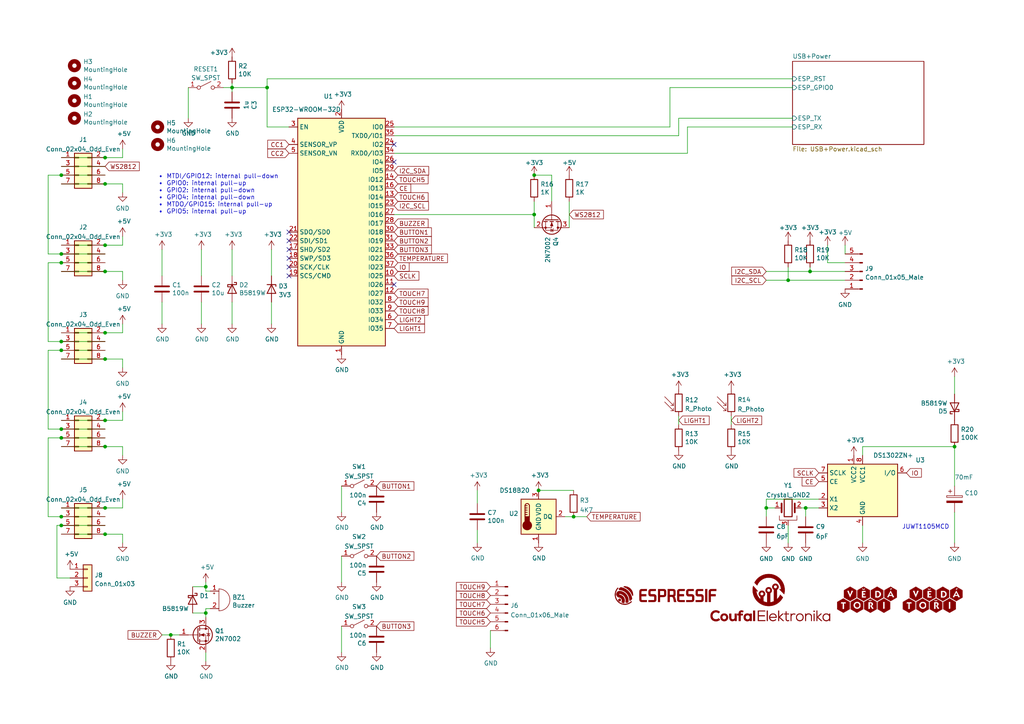
<source format=kicad_sch>
(kicad_sch (version 20211123) (generator eeschema)
  (paper "A4")
  (lib_symbols
    (symbol "Connector:Conn_01x05_Male" (pin_names (offset 1.016) hide)
      (property "Reference" "J" (at 0 7.62 0))
      (property "Value" "Conn_01x05_Male" (at 0 -7.62 0))
      (symbol "Conn_01x05_Male_1_1"
        (pin passive line (at 5.08 5.08 180) (length 3.81) (name "Pin_1") (number "1"))
        (pin passive line (at 5.08 2.54 180) (length 3.81) (name "Pin_2") (number "2"))
        (pin passive line (at 5.08 0 180) (length 3.81) (name "Pin_3") (number "3"))
        (pin passive line (at 5.08 -2.54 180) (length 3.81) (name "Pin_4") (number "4"))
        (pin passive line (at 5.08 -5.08 180) (length 3.81) (name "Pin_5") (number "5"))
      )
    )
    (symbol "Connector:Conn_01x06_Male" (pin_names (offset 1.016) hide)
      (property "Reference" "J" (at 0 7.62 0))
      (property "Value" "Conn_01x06_Male" (at 0 -10.16 0))
      (symbol "Conn_01x06_Male_1_1"
        (pin passive line (at 5.08 5.08 180) (length 3.81) (name "Pin_1") (number "1"))
        (pin passive line (at 5.08 2.54 180) (length 3.81) (name "Pin_2") (number "2"))
        (pin passive line (at 5.08 0 180) (length 3.81) (name "Pin_3") (number "3"))
        (pin passive line (at 5.08 -2.54 180) (length 3.81) (name "Pin_4") (number "4"))
        (pin passive line (at 5.08 -5.08 180) (length 3.81) (name "Pin_5") (number "5"))
        (pin passive line (at 5.08 -7.62 180) (length 3.81) (name "Pin_6") (number "6"))
      )
    )
    (symbol "Connector_Generic:Conn_01x03" (pin_names (offset 1.016) hide)
      (property "Reference" "J" (at 0 5.08 0))
      (property "Value" "Conn_01x03" (at 0 -5.08 0))
      (symbol "Conn_01x03_1_1"
        (pin passive line (at -5.08 2.54 0) (length 3.81) (name "Pin_1") (number "1"))
        (pin passive line (at -5.08 0 0) (length 3.81) (name "Pin_2") (number "2"))
        (pin passive line (at -5.08 -2.54 0) (length 3.81) (name "Pin_3") (number "3"))
      )
    )
    (symbol "Connector_Generic:Conn_02x04_Odd_Even" (pin_names (offset 1.016) hide)
      (property "Reference" "J" (at 1.27 5.08 0))
      (property "Value" "Conn_02x04_Odd_Even" (at 1.27 -7.62 0))
      (symbol "Conn_02x04_Odd_Even_1_1"
        (pin passive line (at -5.08 2.54 0) (length 3.81) (name "Pin_1") (number "1"))
        (pin passive line (at 7.62 2.54 180) (length 3.81) (name "Pin_2") (number "2"))
        (pin passive line (at -5.08 0 0) (length 3.81) (name "Pin_3") (number "3"))
        (pin passive line (at 7.62 0 180) (length 3.81) (name "Pin_4") (number "4"))
        (pin passive line (at -5.08 -2.54 0) (length 3.81) (name "Pin_5") (number "5"))
        (pin passive line (at 7.62 -2.54 180) (length 3.81) (name "Pin_6") (number "6"))
        (pin passive line (at -5.08 -5.08 0) (length 3.81) (name "Pin_7") (number "7"))
        (pin passive line (at 7.62 -5.08 180) (length 3.81) (name "Pin_8") (number "8"))
      )
    )
    (symbol "Device:Buzzer" (pin_names (offset 0.0254) hide)
      (property "Reference" "BZ" (at 3.81 1.27 0))
      (property "Value" "Buzzer" (at 3.81 -1.27 0))
      (symbol "Buzzer_1_1"
        (pin passive line (at -2.54 2.54 0) (length 2.54) (name "-") (number "1"))
        (pin passive line (at -2.54 -2.54 0) (length 2.54) (name "+") (number "2"))
      )
    )
    (symbol "Device:C" (pin_numbers hide) (pin_names (offset 0.254))
      (property "Reference" "C" (at 0.635 2.54 0))
      (property "Value" "C" (at 0.635 -2.54 0))
      (symbol "C_1_1"
        (pin passive line (at 0 3.81 270) (length 2.794) (name "~") (number "1"))
        (pin passive line (at 0 -3.81 90) (length 2.794) (name "~") (number "2"))
      )
    )
    (symbol "Device:C_Polarized" (pin_numbers hide) (pin_names (offset 0.254))
      (property "Reference" "C" (at 0.635 2.54 0))
      (property "Value" "C_Polarized" (at 0.635 -2.54 0))
      (symbol "C_Polarized_1_1"
        (pin passive line (at 0 3.81 270) (length 2.794) (name "~") (number "1"))
        (pin passive line (at 0 -3.81 90) (length 2.794) (name "~") (number "2"))
      )
    )
    (symbol "Device:Crystal_GND3" (pin_names (offset 1.016) hide)
      (property "Reference" "Y" (at 0 5.715 0))
      (property "Value" "Crystal_GND3" (at 0 3.81 0))
      (symbol "Crystal_GND3_1_1"
        (pin passive line (at -3.81 0 0) (length 1.27) (name "1") (number "1"))
        (pin passive line (at 3.81 0 180) (length 1.27) (name "2") (number "2"))
        (pin passive line (at 0 -5.08 90) (length 1.27) (name "3") (number "3"))
      )
    )
    (symbol "Device:D_Schottky" (pin_numbers hide) (pin_names (offset 1.016) hide)
      (property "Reference" "D" (at 0 2.54 0))
      (property "Value" "D_Schottky" (at 0 -2.54 0))
      (symbol "D_Schottky_1_1"
        (pin passive line (at -3.81 0 0) (length 2.54) (name "K") (number "1"))
        (pin passive line (at 3.81 0 180) (length 2.54) (name "A") (number "2"))
      )
    )
    (symbol "Device:D_Zener" (pin_numbers hide) (pin_names (offset 1.016) hide)
      (property "Reference" "D" (at 0 2.54 0))
      (property "Value" "D_Zener" (at 0 -2.54 0))
      (symbol "D_Zener_1_1"
        (pin passive line (at -3.81 0 0) (length 2.54) (name "K") (number "1"))
        (pin passive line (at 3.81 0 180) (length 2.54) (name "A") (number "2"))
      )
    )
    (symbol "Device:R" (pin_numbers hide) (pin_names (offset 0))
      (property "Reference" "R" (at 2.032 0 90))
      (property "Value" "R" (at 0 0 90))
      (symbol "R_1_1"
        (pin passive line (at 0 3.81 270) (length 1.27) (name "~") (number "1"))
        (pin passive line (at 0 -3.81 90) (length 1.27) (name "~") (number "2"))
      )
    )
    (symbol "Device:R_Photo" (pin_numbers hide) (pin_names (offset 0))
      (property "Reference" "R" (at 1.27 1.27 0))
      (property "Value" "R_Photo" (at 1.27 0 0))
      (symbol "R_Photo_1_1"
        (pin passive line (at 0 3.81 270) (length 1.27) (name "~") (number "1"))
        (pin passive line (at 0 -3.81 90) (length 1.27) (name "~") (number "2"))
      )
    )
    (symbol "Mechanical:MountingHole" (pin_names (offset 1.016))
      (property "Reference" "H" (at 0 5.08 0))
      (property "Value" "MountingHole" (at 0 3.175 0))
    )
    (symbol "RF_Module:ESP32-WROOM-32D"
      (property "Reference" "U" (at -12.7 34.29 0))
      (property "Value" "ESP32-WROOM-32D" (at 1.27 34.29 0))
      (symbol "ESP32-WROOM-32D_1_1"
        (pin power_in line (at 0 -35.56 90) (length 2.54) (name "GND") (number "1"))
        (pin bidirectional line (at 15.24 -12.7 180) (length 2.54) (name "IO25") (number "10"))
        (pin bidirectional line (at 15.24 -15.24 180) (length 2.54) (name "IO26") (number "11"))
        (pin bidirectional line (at 15.24 -17.78 180) (length 2.54) (name "IO27") (number "12"))
        (pin bidirectional line (at 15.24 10.16 180) (length 2.54) (name "IO14") (number "13"))
        (pin bidirectional line (at 15.24 15.24 180) (length 2.54) (name "IO12") (number "14"))
        (pin passive line (at 0 -35.56 90) (length 2.54) hide (name "GND") (number "15"))
        (pin bidirectional line (at 15.24 12.7 180) (length 2.54) (name "IO13") (number "16"))
        (pin bidirectional line (at -15.24 -5.08 0) (length 2.54) (name "SHD/SD2") (number "17"))
        (pin bidirectional line (at -15.24 -7.62 0) (length 2.54) (name "SWP/SD3") (number "18"))
        (pin bidirectional line (at -15.24 -12.7 0) (length 2.54) (name "SCS/CMD") (number "19"))
        (pin power_in line (at 0 35.56 270) (length 2.54) (name "VDD") (number "2"))
        (pin bidirectional line (at -15.24 -10.16 0) (length 2.54) (name "SCK/CLK") (number "20"))
        (pin bidirectional line (at -15.24 0 0) (length 2.54) (name "SDO/SD0") (number "21"))
        (pin bidirectional line (at -15.24 -2.54 0) (length 2.54) (name "SDI/SD1") (number "22"))
        (pin bidirectional line (at 15.24 7.62 180) (length 2.54) (name "IO15") (number "23"))
        (pin bidirectional line (at 15.24 25.4 180) (length 2.54) (name "IO2") (number "24"))
        (pin bidirectional line (at 15.24 30.48 180) (length 2.54) (name "IO0") (number "25"))
        (pin bidirectional line (at 15.24 20.32 180) (length 2.54) (name "IO4") (number "26"))
        (pin bidirectional line (at 15.24 5.08 180) (length 2.54) (name "IO16") (number "27"))
        (pin bidirectional line (at 15.24 2.54 180) (length 2.54) (name "IO17") (number "28"))
        (pin bidirectional line (at 15.24 17.78 180) (length 2.54) (name "IO5") (number "29"))
        (pin input line (at -15.24 30.48 0) (length 2.54) (name "EN") (number "3"))
        (pin bidirectional line (at 15.24 0 180) (length 2.54) (name "IO18") (number "30"))
        (pin bidirectional line (at 15.24 -2.54 180) (length 2.54) (name "IO19") (number "31"))
        (pin no_connect line (at -12.7 -27.94 0) (length 2.54) hide (name "NC") (number "32"))
        (pin bidirectional line (at 15.24 -5.08 180) (length 2.54) (name "IO21") (number "33"))
        (pin bidirectional line (at 15.24 22.86 180) (length 2.54) (name "RXD0/IO3") (number "34"))
        (pin bidirectional line (at 15.24 27.94 180) (length 2.54) (name "TXD0/IO1") (number "35"))
        (pin bidirectional line (at 15.24 -7.62 180) (length 2.54) (name "IO22") (number "36"))
        (pin bidirectional line (at 15.24 -10.16 180) (length 2.54) (name "IO23") (number "37"))
        (pin passive line (at 0 -35.56 90) (length 2.54) hide (name "GND") (number "38"))
        (pin passive line (at 0 -35.56 90) (length 2.54) hide (name "GND") (number "39"))
        (pin input line (at -15.24 25.4 0) (length 2.54) (name "SENSOR_VP") (number "4"))
        (pin input line (at -15.24 22.86 0) (length 2.54) (name "SENSOR_VN") (number "5"))
        (pin input line (at 15.24 -25.4 180) (length 2.54) (name "IO34") (number "6"))
        (pin input line (at 15.24 -27.94 180) (length 2.54) (name "IO35") (number "7"))
        (pin bidirectional line (at 15.24 -20.32 180) (length 2.54) (name "IO32") (number "8"))
        (pin bidirectional line (at 15.24 -22.86 180) (length 2.54) (name "IO33") (number "9"))
      )
    )
    (symbol "Sensor_Temperature:DS18B20" (pin_names (offset 1.016))
      (property "Reference" "U" (at -3.81 6.35 0))
      (property "Value" "DS18B20" (at 6.35 6.35 0))
      (symbol "DS18B20_1_1"
        (pin power_in line (at 0 -7.62 90) (length 2.54) (name "GND") (number "1"))
        (pin bidirectional line (at 7.62 0 180) (length 2.54) (name "DQ") (number "2"))
        (pin power_in line (at 0 7.62 270) (length 2.54) (name "VDD") (number "3"))
      )
    )
    (symbol "Switch:SW_SPST" (pin_names (offset 0) hide)
      (property "Reference" "SW" (at 0 3.175 0))
      (property "Value" "SW_SPST" (at 0 -2.54 0))
      (symbol "SW_SPST_1_1"
        (pin passive line (at -5.08 0 0) (length 2.54) (name "A") (number "1"))
        (pin passive line (at 5.08 0 180) (length 2.54) (name "B") (number "2"))
      )
    )
    (symbol "Time-O-Mat_Library:CoufalElektronika_logo" (pin_names (offset 1.016)))
    (symbol "Time-O-Mat_Library:Espressif_logo" (pin_names (offset 1.016)))
    (symbol "Time-O-Mat_Library:Vedatori_logo" (pin_names (offset 1.016)))
    (symbol "Timer_RTC:DS1302ZN+"
      (property "Reference" "U" (at -8.89 8.89 0))
      (property "Value" "DS1302ZN+" (at 6.35 8.89 0))
      (symbol "DS1302ZN+_1_1"
        (pin power_in line (at -2.54 10.16 270) (length 2.54) (name "VCC2") (number "1"))
        (pin input line (at -12.7 -2.54 0) (length 2.54) (name "X1") (number "2"))
        (pin input line (at -12.7 -5.08 0) (length 2.54) (name "X2") (number "3"))
        (pin power_in line (at 0 -10.16 90) (length 2.54) (name "GND") (number "4"))
        (pin input line (at -12.7 2.54 0) (length 2.54) (name "CE") (number "5"))
        (pin bidirectional line (at 12.7 5.08 180) (length 2.54) (name "I/O") (number "6"))
        (pin input line (at -12.7 5.08 0) (length 2.54) (name "SCLK") (number "7"))
        (pin power_in line (at 0 10.16 270) (length 2.54) (name "VCC1") (number "8"))
      )
    )
    (symbol "Transistor_FET:2N7002" (pin_names hide)
      (property "Reference" "Q" (at 5.08 1.905 0))
      (property "Value" "2N7002" (at 5.08 0 0))
      (symbol "2N7002_1_1"
        (pin input line (at -5.08 0 0) (length 2.54) (name "G") (number "1"))
        (pin passive line (at 2.54 -5.08 90) (length 2.54) (name "S") (number "2"))
        (pin passive line (at 2.54 5.08 270) (length 2.54) (name "D") (number "3"))
      )
    )
    (symbol "power:+3V3" (power) (pin_names (offset 0))
      (property "Value" "+3V3" (at 0 3.556 0))
      (symbol "+3V3_1_1"
        (pin power_in line (at 0 0 90) (length 0) hide (name "+3V3") (number "1"))
      )
    )
    (symbol "power:+5V" (power) (pin_names (offset 0))
      (property "Value" "+5V" (at 0 3.556 0))
      (symbol "+5V_1_1"
        (pin power_in line (at 0 0 90) (length 0) hide (name "+5V") (number "1"))
      )
    )
    (symbol "power:GND" (power) (pin_names (offset 0))
      (property "Value" "GND" (at 0 -3.81 0))
      (symbol "GND_1_1"
        (pin power_in line (at 0 0 270) (length 0) hide (name "GND") (number "1"))
      )
    )
  )
  (junction (at 17.78 152.4))
  (junction (at 30.48 53.34))
  (junction (at 59.69 170.18))
  (junction (at 49.53 184.15))
  (junction (at 222.25 147.32))
  (junction (at 156.21 142.24))
  (junction (at 30.48 121.92))
  (junction (at 17.78 99.06))
  (junction (at 30.48 96.52))
  (junction (at 233.68 147.32))
  (junction (at 17.78 73.66))
  (junction (at 17.78 124.46))
  (junction (at 154.94 50.8))
  (junction (at 30.48 104.14))
  (junction (at 166.37 149.86))
  (junction (at 30.48 78.74))
  (junction (at 77.47 25.4))
  (junction (at 228.6 81.28))
  (junction (at 276.86 129.54))
  (junction (at 17.78 127))
  (junction (at 17.78 76.2))
  (junction (at 30.48 147.32))
  (junction (at 30.48 71.12))
  (junction (at 17.78 101.6))
  (junction (at 17.78 50.8))
  (junction (at 234.95 78.74))
  (junction (at 17.78 149.86))
  (junction (at 30.48 45.72))
  (junction (at 30.48 129.54))
  (junction (at 30.48 154.94))
  (junction (at 59.69 177.8))
  (junction (at 154.94 62.23))
  (junction (at 67.31 25.4))
  (no_connect (at 83.82 69.85))
  (no_connect (at 114.3 82.55))
  (no_connect (at 83.82 72.39))
  (no_connect (at 83.82 74.93))
  (no_connect (at 114.3 46.99))
  (no_connect (at 83.82 80.01))
  (no_connect (at 114.3 41.91))
  (no_connect (at 83.82 77.47))
  (no_connect (at 83.82 67.31))
  (wire (pts (xy 77.47 36.83) (xy 77.47 25.4)))
  (wire (pts (xy 35.56 55.88) (xy 35.56 53.34)))
  (wire (pts (xy 229.87 25.4) (xy 194.31 25.4)))
  (wire (pts (xy 35.56 129.54) (xy 30.48 129.54)))
  (wire (pts (xy 250.19 129.54) (xy 250.19 132.08)))
  (wire (pts (xy 17.78 78.74) (xy 30.48 78.74)))
  (wire (pts (xy 237.49 144.78) (xy 222.25 144.78)))
  (wire (pts (xy 67.31 25.4) (xy 77.47 25.4)))
  (wire (pts (xy 13.97 124.46) (xy 17.78 124.46)))
  (wire (pts (xy 17.78 50.8) (xy 13.97 50.8)))
  (wire (pts (xy 59.69 191.77) (xy 59.69 189.23)))
  (wire (pts (xy 138.43 153.67) (xy 138.43 157.48)))
  (wire (pts (xy 64.77 25.4) (xy 67.31 25.4)))
  (wire (pts (xy 17.78 152.4) (xy 30.48 152.4)))
  (wire (pts (xy 30.48 121.92) (xy 35.56 121.92)))
  (wire (pts (xy 60.96 176.53) (xy 59.69 176.53)))
  (wire (pts (xy 163.83 149.86) (xy 166.37 149.86)))
  (wire (pts (xy 160.02 50.8) (xy 154.94 50.8)))
  (wire (pts (xy 78.74 72.39) (xy 78.74 80.01)))
  (wire (pts (xy 224.79 147.32) (xy 222.25 147.32)))
  (wire (pts (xy 30.48 71.12) (xy 35.56 71.12)))
  (wire (pts (xy 276.86 148.59) (xy 276.86 157.48)))
  (wire (pts (xy 276.86 114.3) (xy 276.86 109.22)))
  (wire (pts (xy 142.24 182.88) (xy 142.24 187.96)))
  (wire (pts (xy 222.25 81.28) (xy 228.6 81.28)))
  (wire (pts (xy 77.47 22.86) (xy 229.87 22.86)))
  (wire (pts (xy 17.78 154.94) (xy 30.48 154.94)))
  (wire (pts (xy 114.3 62.23) (xy 154.94 62.23)))
  (wire (pts (xy 17.78 48.26) (xy 30.48 48.26)))
  (wire (pts (xy 13.97 101.6) (xy 13.97 124.46)))
  (wire (pts (xy 245.11 71.12) (xy 245.11 73.66)))
  (wire (pts (xy 196.85 34.29) (xy 196.85 39.37)))
  (wire (pts (xy 59.69 171.45) (xy 60.96 171.45)))
  (wire (pts (xy 154.94 58.42) (xy 154.94 62.23)))
  (wire (pts (xy 13.97 99.06) (xy 17.78 99.06)))
  (wire (pts (xy 138.43 146.05) (xy 138.43 142.24)))
  (wire (pts (xy 59.69 170.18) (xy 55.88 170.18)))
  (wire (pts (xy 212.09 120.65) (xy 212.09 123.19)))
  (wire (pts (xy 35.56 121.92) (xy 35.56 119.38)))
  (wire (pts (xy 17.78 45.72) (xy 30.48 45.72)))
  (wire (pts (xy 222.25 147.32) (xy 222.25 149.86)))
  (wire (pts (xy 67.31 93.98) (xy 67.31 87.63)))
  (wire (pts (xy 13.97 127) (xy 13.97 149.86)))
  (wire (pts (xy 17.78 99.06) (xy 30.48 99.06)))
  (wire (pts (xy 35.56 154.94) (xy 30.48 154.94)))
  (wire (pts (xy 35.56 106.68) (xy 35.56 104.14)))
  (wire (pts (xy 67.31 80.01) (xy 67.31 72.39)))
  (wire (pts (xy 233.68 147.32) (xy 233.68 149.86)))
  (wire (pts (xy 229.87 36.83) (xy 199.39 36.83)))
  (wire (pts (xy 35.56 71.12) (xy 35.56 68.58)))
  (wire (pts (xy 35.56 104.14) (xy 30.48 104.14)))
  (wire (pts (xy 30.48 147.32) (xy 35.56 147.32)))
  (wire (pts (xy 30.48 45.72) (xy 35.56 45.72)))
  (wire (pts (xy 59.69 168.91) (xy 59.69 170.18)))
  (wire (pts (xy 228.6 152.4) (xy 228.6 157.48)))
  (wire (pts (xy 232.41 147.32) (xy 233.68 147.32)))
  (wire (pts (xy 67.31 26.67) (xy 67.31 25.4)))
  (wire (pts (xy 99.06 181.61) (xy 99.06 189.23)))
  (wire (pts (xy 17.78 71.12) (xy 30.48 71.12)))
  (wire (pts (xy 199.39 44.45) (xy 114.3 44.45)))
  (wire (pts (xy 17.78 147.32) (xy 30.48 147.32)))
  (wire (pts (xy 196.85 39.37) (xy 114.3 39.37)))
  (wire (pts (xy 46.99 80.01) (xy 46.99 72.39)))
  (wire (pts (xy 199.39 36.83) (xy 199.39 44.45)))
  (wire (pts (xy 13.97 73.66) (xy 17.78 73.66)))
  (wire (pts (xy 240.03 76.2) (xy 240.03 71.12)))
  (wire (pts (xy 17.78 101.6) (xy 30.48 101.6)))
  (wire (pts (xy 17.78 104.14) (xy 30.48 104.14)))
  (wire (pts (xy 17.78 121.92) (xy 30.48 121.92)))
  (wire (pts (xy 49.53 184.15) (xy 46.99 184.15)))
  (wire (pts (xy 17.78 76.2) (xy 30.48 76.2)))
  (wire (pts (xy 99.06 140.97) (xy 99.06 148.59)))
  (wire (pts (xy 234.95 78.74) (xy 245.11 78.74)))
  (wire (pts (xy 17.78 53.34) (xy 30.48 53.34)))
  (wire (pts (xy 17.78 76.2) (xy 13.97 76.2)))
  (wire (pts (xy 46.99 87.63) (xy 46.99 93.98)))
  (wire (pts (xy 16.51 167.64) (xy 16.51 152.4)))
  (wire (pts (xy 234.95 77.47) (xy 234.95 78.74)))
  (wire (pts (xy 196.85 120.65) (xy 196.85 123.19)))
  (wire (pts (xy 35.56 78.74) (xy 30.48 78.74)))
  (wire (pts (xy 194.31 25.4) (xy 194.31 36.83)))
  (wire (pts (xy 20.32 167.64) (xy 16.51 167.64)))
  (wire (pts (xy 13.97 50.8) (xy 13.97 73.66)))
  (wire (pts (xy 233.68 147.32) (xy 237.49 147.32)))
  (wire (pts (xy 166.37 149.86) (xy 170.18 149.86)))
  (wire (pts (xy 222.25 144.78) (xy 222.25 147.32)))
  (wire (pts (xy 13.97 149.86) (xy 17.78 149.86)))
  (wire (pts (xy 245.11 76.2) (xy 240.03 76.2)))
  (wire (pts (xy 58.42 72.39) (xy 58.42 80.01)))
  (wire (pts (xy 17.78 50.8) (xy 30.48 50.8)))
  (wire (pts (xy 30.48 96.52) (xy 35.56 96.52)))
  (wire (pts (xy 54.61 25.4) (xy 54.61 34.29)))
  (wire (pts (xy 156.21 142.24) (xy 166.37 142.24)))
  (wire (pts (xy 13.97 76.2) (xy 13.97 99.06)))
  (wire (pts (xy 17.78 127) (xy 13.97 127)))
  (wire (pts (xy 17.78 96.52) (xy 30.48 96.52)))
  (wire (pts (xy 77.47 25.4) (xy 77.47 22.86)))
  (wire (pts (xy 160.02 58.42) (xy 160.02 50.8)))
  (wire (pts (xy 228.6 81.28) (xy 245.11 81.28)))
  (wire (pts (xy 250.19 152.4) (xy 250.19 157.48)))
  (wire (pts (xy 59.69 177.8) (xy 55.88 177.8)))
  (wire (pts (xy 58.42 87.63) (xy 58.42 93.98)))
  (wire (pts (xy 229.87 34.29) (xy 196.85 34.29)))
  (wire (pts (xy 17.78 127) (xy 30.48 127)))
  (wire (pts (xy 194.31 36.83) (xy 114.3 36.83)))
  (wire (pts (xy 35.56 132.08) (xy 35.56 129.54)))
  (wire (pts (xy 17.78 149.86) (xy 30.48 149.86)))
  (wire (pts (xy 17.78 73.66) (xy 30.48 73.66)))
  (wire (pts (xy 99.06 161.29) (xy 99.06 168.91)))
  (wire (pts (xy 59.69 176.53) (xy 59.69 177.8)))
  (wire (pts (xy 83.82 36.83) (xy 77.47 36.83)))
  (wire (pts (xy 17.78 129.54) (xy 30.48 129.54)))
  (wire (pts (xy 35.56 53.34) (xy 30.48 53.34)))
  (wire (pts (xy 276.86 129.54) (xy 250.19 129.54)))
  (wire (pts (xy 165.1 58.42) (xy 165.1 66.04)))
  (wire (pts (xy 35.56 147.32) (xy 35.56 144.78)))
  (wire (pts (xy 16.51 152.4) (xy 17.78 152.4)))
  (wire (pts (xy 17.78 101.6) (xy 13.97 101.6)))
  (wire (pts (xy 222.25 78.74) (xy 234.95 78.74)))
  (wire (pts (xy 154.94 62.23) (xy 154.94 66.04)))
  (wire (pts (xy 59.69 170.18) (xy 59.69 171.45)))
  (wire (pts (xy 78.74 87.63) (xy 78.74 93.98)))
  (wire (pts (xy 35.56 96.52) (xy 35.56 93.98)))
  (wire (pts (xy 276.86 140.97) (xy 276.86 129.54)))
  (wire (pts (xy 35.56 157.48) (xy 35.56 154.94)))
  (wire (pts (xy 52.07 184.15) (xy 49.53 184.15)))
  (wire (pts (xy 17.78 124.46) (xy 30.48 124.46)))
  (wire (pts (xy 59.69 177.8) (xy 59.69 179.07)))
  (wire (pts (xy 35.56 81.28) (xy 35.56 78.74)))
  (wire (pts (xy 35.56 45.72) (xy 35.56 43.18)))
  (wire (pts (xy 67.31 25.4) (xy 67.31 24.13)))
  (wire (pts (xy 228.6 77.47) (xy 228.6 81.28)))
  (text "JUWT1105MCD" (at 261.62 153.67 0) (effects (font (size 1.27 1.27)) (justify left bottom)))
  (text "• MTDI/GPIO12: internal pull-down\n• GPIO0: internal pull-up\n• GPIO2: internal pull-down\n• GPIO4: internal pull-down\n• MTDO/GPIO15: internal pull-up\n• GPIO5: internal pull-up" (at 45.72 62.23 0) (effects (font (size 1.27 1.27)) (justify left bottom)))
  (global_label "CC1" (shape input) (at 83.82 41.91 180) (property "Intersheet References" "${INTERSHEET_REFS}" (effects hide)))
  (global_label "I2C_SDA" (shape input) (at 114.3 49.53 0) (property "Intersheet References" "${INTERSHEET_REFS}" (effects hide)))
  (global_label "LIGHT2" (shape input) (at 114.3 92.71 0) (property "Intersheet References" "${INTERSHEET_REFS}" (effects hide)))
  (global_label "I2C_SCL" (shape input) (at 114.3 59.69 0) (property "Intersheet References" "${INTERSHEET_REFS}" (effects hide)))
  (global_label "BUZZER" (shape input) (at 46.99 184.15 180) (property "Intersheet References" "${INTERSHEET_REFS}" (effects hide)))
  (global_label "TOUCH7" (shape input) (at 114.3 85.09 0) (property "Intersheet References" "${INTERSHEET_REFS}" (effects hide)))
  (global_label "BUTTON2" (shape input) (at 109.22 161.29 0) (property "Intersheet References" "${INTERSHEET_REFS}" (effects hide)))
  (global_label "TOUCH5" (shape input) (at 114.3 52.07 0) (property "Intersheet References" "${INTERSHEET_REFS}" (effects hide)))
  (global_label "WS2812" (shape input) (at 30.48 48.26 0) (property "Intersheet References" "${INTERSHEET_REFS}" (effects hide)))
  (global_label "SCLK" (shape input) (at 114.3 80.01 0) (property "Intersheet References" "${INTERSHEET_REFS}" (effects hide)))
  (global_label "BUTTON3" (shape input) (at 114.3 72.39 0) (property "Intersheet References" "${INTERSHEET_REFS}" (effects hide)))
  (global_label "CC2" (shape input) (at 83.82 44.45 180) (property "Intersheet References" "${INTERSHEET_REFS}" (effects hide)))
  (global_label "TOUCH6" (shape input) (at 142.24 177.8 180) (property "Intersheet References" "${INTERSHEET_REFS}" (effects hide)))
  (global_label "TEMPERATURE" (shape input) (at 170.18 149.86 0) (property "Intersheet References" "${INTERSHEET_REFS}" (effects hide)))
  (global_label "IO" (shape input) (at 262.89 137.16 0) (property "Intersheet References" "${INTERSHEET_REFS}" (effects hide)))
  (global_label "TOUCH8" (shape input) (at 114.3 90.17 0) (property "Intersheet References" "${INTERSHEET_REFS}" (effects hide)))
  (global_label "WS2812" (shape input) (at 165.1 62.23 0) (property "Intersheet References" "${INTERSHEET_REFS}" (effects hide)))
  (global_label "IO" (shape input) (at 114.3 77.47 0) (property "Intersheet References" "${INTERSHEET_REFS}" (effects hide)))
  (global_label "TOUCH6" (shape input) (at 114.3 57.15 0) (property "Intersheet References" "${INTERSHEET_REFS}" (effects hide)))
  (global_label "CE" (shape input) (at 114.3 54.61 0) (property "Intersheet References" "${INTERSHEET_REFS}" (effects hide)))
  (global_label "TOUCH9" (shape input) (at 142.24 170.18 180) (property "Intersheet References" "${INTERSHEET_REFS}" (effects hide)))
  (global_label "CE" (shape input) (at 237.49 139.7 180) (property "Intersheet References" "${INTERSHEET_REFS}" (effects hide)))
  (global_label "BUTTON3" (shape input) (at 109.22 181.61 0) (property "Intersheet References" "${INTERSHEET_REFS}" (effects hide)))
  (global_label "TOUCH9" (shape input) (at 114.3 87.63 0) (property "Intersheet References" "${INTERSHEET_REFS}" (effects hide)))
  (global_label "BUTTON1" (shape input) (at 109.22 140.97 0) (property "Intersheet References" "${INTERSHEET_REFS}" (effects hide)))
  (global_label "I2C_SDA" (shape input) (at 222.25 78.74 180) (property "Intersheet References" "${INTERSHEET_REFS}" (effects hide)))
  (global_label "SCLK" (shape input) (at 237.49 137.16 180) (property "Intersheet References" "${INTERSHEET_REFS}" (effects hide)))
  (global_label "LIGHT1" (shape input) (at 114.3 95.25 0) (property "Intersheet References" "${INTERSHEET_REFS}" (effects hide)))
  (global_label "BUZZER" (shape input) (at 114.3 64.77 0) (property "Intersheet References" "${INTERSHEET_REFS}" (effects hide)))
  (global_label "BUTTON1" (shape input) (at 114.3 67.31 0) (property "Intersheet References" "${INTERSHEET_REFS}" (effects hide)))
  (global_label "BUTTON2" (shape input) (at 114.3 69.85 0) (property "Intersheet References" "${INTERSHEET_REFS}" (effects hide)))
  (global_label "LIGHT1" (shape input) (at 196.85 121.92 0) (property "Intersheet References" "${INTERSHEET_REFS}" (effects hide)))
  (global_label "TEMPERATURE" (shape input) (at 114.3 74.93 0) (property "Intersheet References" "${INTERSHEET_REFS}" (effects hide)))
  (global_label "I2C_SCL" (shape input) (at 222.25 81.28 180) (property "Intersheet References" "${INTERSHEET_REFS}" (effects hide)))
  (global_label "TOUCH7" (shape input) (at 142.24 175.26 180) (property "Intersheet References" "${INTERSHEET_REFS}" (effects hide)))
  (global_label "LIGHT2" (shape input) (at 212.09 121.92 0) (property "Intersheet References" "${INTERSHEET_REFS}" (effects hide)))
  (global_label "TOUCH5" (shape input) (at 142.24 180.34 180) (property "Intersheet References" "${INTERSHEET_REFS}" (effects hide)))
  (global_label "TOUCH8" (shape input) (at 142.24 172.72 180) (property "Intersheet References" "${INTERSHEET_REFS}" (effects hide)))
  (symbol (lib_id "Connector_Generic:Conn_02x04_Odd_Even") (at 22.86 124.46 0) (unit 1)
    (property "Reference" "J4" (at 24.13 116.6835 0))
    (property "Value" "Conn_02x04_Odd_Even" (at 24.13 119.4586 0))
    (property "Footprint" "Connector_PinHeader_2.54mm:PinHeader_2x04_P2.54mm_Vertical" (effects hide))
  )
  (symbol (lib_id "power:+5V") (at 59.69 168.91 0) (unit 1)
    (property "Reference" "#PWR0124" (effects hide))
    (property "Value" "+5V" (at 60.071 164.5158 0))
  )
  (symbol (lib_id "Switch:SW_SPST") (at 104.14 161.29 0) (unit 1)
    (property "Reference" "SW2" (at 104.14 155.6725 0))
    (property "Value" "SW_SPST" (at 104.14 158.4476 0))
    (property "Footprint" "Button_Switch_THT:SW_Tactile_SPST_Angled_PTS645Vx83-2LFS" (effects hide))
  )
  (symbol (lib_id "Transistor_FET:2N7002") (at 160.02 63.5 270) (unit 1)
    (property "Reference" "Q4" (at 161.1884 68.6816 0) (effects (justify left)))
    (property "Value" "2N7002" (at 158.877 68.6816 0) (effects (justify left)))
    (property "Footprint" "Package_TO_SOT_SMD:SOT-23" (effects hide))
    (property "Datasheet" "https://www.onsemi.com/pub/Collateral/NDS7002A-D.PDF" (effects hide))
    (property "LCSC" "C8545" (effects hide))
  )
  (symbol (lib_id "power:+3V3") (at 234.95 69.85 0) (unit 1)
    (property "Reference" "#PWR0170" (effects hide))
    (property "Value" "+3V3" (at 234.95 66.04 0))
  )
  (symbol (lib_id "power:GND") (at 109.22 148.59 0) (unit 1)
    (property "Reference" "#PWR0106" (effects hide))
    (property "Value" "GND" (at 109.347 152.9842 0))
  )
  (symbol (lib_id "power:GND") (at 35.56 157.48 0) (unit 1)
    (property "Reference" "#PWR0126" (effects hide))
    (property "Value" "GND" (at 35.56 162.0425 0))
  )
  (symbol (lib_id "Switch:SW_SPST") (at 59.69 25.4 0) (unit 1)
    (property "Reference" "RESET1" (at 59.69 20.0492 0))
    (property "Value" "SW_SPST" (at 59.69 22.5861 0))
    (property "Footprint" "Button_Switch_SMD:SW_SPST_TL3342" (effects hide))
    (property "LCSC" "C318884" (effects hide))
  )
  (symbol (lib_id "Device:C") (at 233.68 153.67 0) (unit 1)
    (property "Reference" "C9" (at 236.601 152.7615 0) (effects (justify left)))
    (property "Value" "6pF" (at 236.601 155.5366 0) (effects (justify left)))
    (property "Footprint" "Capacitor_SMD:C_0603_1608Metric" (effects hide))
    (property "LCSC" "C37474" (effects hide))
  )
  (symbol (lib_id "Connector_Generic:Conn_01x03") (at 25.4 167.64 0) (unit 1)
    (property "Reference" "J8" (at 27.432 166.8053 0) (effects (justify left)))
    (property "Value" "Conn_01x03" (at 27.432 169.3422 0) (effects (justify left)))
    (property "Footprint" "Connector_JST:JST_XH_S3B-XH-A-1_1x03_P2.50mm_Horizontal" (effects hide))
  )
  (symbol (lib_id "Timer_RTC:DS1302ZN+") (at 250.19 142.24 0) (unit 1)
    (property "Reference" "U3" (at 266.9064 133.4348 0))
    (property "Value" "DS1302ZN+" (at 259.08 132.08 0))
    (property "Footprint" "Package_SO:SOIC-8_3.9x4.9mm_P1.27mm" (effects hide))
    (property "Datasheet" "https://datasheets.maximintegrated.com/en/ds/DS1302.pdf" (effects hide))
    (property "LCSC" "C910859" (effects hide))
  )
  (symbol (lib_id "power:GND") (at 35.56 106.68 0) (unit 1)
    (property "Reference" "#PWR0101" (effects hide))
    (property "Value" "GND" (at 35.56 111.2425 0))
  )
  (symbol (lib_id "power:+3V3") (at 138.43 142.24 0) (unit 1)
    (property "Reference" "#PWR0137" (effects hide))
    (property "Value" "+3V3" (at 138.811 137.8458 0))
  )
  (symbol (lib_id "Device:Crystal_GND3") (at 228.6 147.32 0) (unit 1)
    (property "Reference" "Y1" (at 228.6 140.7881 0))
    (property "Value" "Crystal_GND2" (at 228.6 143.5632 0))
    (property "Footprint" "Crystal:Crystal_DS26_D2.0mm_L6.0mm_Horizontal_1EP_style2" (effects hide))
  )
  (symbol (lib_id "power:GND") (at 109.22 189.23 0) (unit 1)
    (property "Reference" "#PWR0109" (effects hide))
    (property "Value" "GND" (at 109.347 193.6242 0))
  )
  (symbol (lib_id "Device:C") (at 138.43 149.86 0) (unit 1)
    (property "Reference" "C7" (at 141.351 148.6916 0) (effects (justify left)))
    (property "Value" "100n" (at 141.351 151.003 0) (effects (justify left)))
    (property "Footprint" "Capacitor_SMD:C_0603_1608Metric" (effects hide))
    (property "LCSC" "C14663" (effects hide))
  )
  (symbol (lib_id "power:GND") (at 156.21 157.48 0) (unit 1)
    (property "Reference" "#PWR0140" (effects hide))
    (property "Value" "GND" (at 156.337 161.8742 0))
  )
  (symbol (lib_id "Mechanical:MountingHole") (at 21.59 34.29 0) (unit 1)
    (property "Reference" "H2" (at 24.13 33.1216 0) (effects (justify left)))
    (property "Value" "MountingHole" (at 24.13 35.433 0) (effects (justify left)))
    (property "Footprint" "MountingHole:MountingHole_3.2mm_M3" (effects hide))
  )
  (symbol (lib_id "power:+5V") (at 35.56 119.38 0) (unit 1)
    (property "Reference" "#PWR0102" (effects hide))
    (property "Value" "+5V" (at 35.941 114.9858 0))
  )
  (symbol (lib_id "power:GND") (at 109.22 168.91 0) (unit 1)
    (property "Reference" "#PWR0107" (effects hide))
    (property "Value" "GND" (at 109.347 173.3042 0))
  )
  (symbol (lib_id "Switch:SW_SPST") (at 104.14 140.97 0) (unit 1)
    (property "Reference" "SW1" (at 104.14 135.3525 0))
    (property "Value" "SW_SPST" (at 104.14 138.1276 0))
    (property "Footprint" "Button_Switch_THT:SW_Tactile_SPST_Angled_PTS645Vx83-2LFS" (effects hide))
  )
  (symbol (lib_id "power:+3V3") (at 212.09 113.03 0) (unit 1)
    (property "Reference" "#PWR0164" (effects hide))
    (property "Value" "+3V3" (at 212.471 108.6358 0))
  )
  (symbol (lib_id "Device:C") (at 67.31 30.48 180) (unit 1)
    (property "Reference" "C3" (at 73.7108 30.48 90))
    (property "Value" "1u" (at 71.3994 30.48 90))
    (property "Footprint" "Capacitor_SMD:C_0603_1608Metric" (effects hide))
    (property "LCSC" "C15849" (effects hide))
  )
  (symbol (lib_id "Device:R") (at 165.1 54.61 0) (unit 1)
    (property "Reference" "R17" (at 166.878 53.4416 0) (effects (justify left)))
    (property "Value" "1K" (at 166.878 55.753 0) (effects (justify left)))
    (property "Footprint" "Resistor_SMD:R_0603_1608Metric" (effects hide))
    (property "LCSC" "C21190" (effects hide))
  )
  (symbol (lib_id "power:GND") (at 138.43 157.48 0) (unit 1)
    (property "Reference" "#PWR0138" (effects hide))
    (property "Value" "GND" (at 138.557 161.8742 0))
  )
  (symbol (lib_id "power:+3V3") (at 156.21 142.24 0) (unit 1)
    (property "Reference" "#PWR0136" (effects hide))
    (property "Value" "+3V3" (at 156.591 137.8458 0))
  )
  (symbol (lib_id "Device:C") (at 109.22 144.78 180) (unit 1)
    (property "Reference" "C4" (at 106.299 145.9484 0) (effects (justify left)))
    (property "Value" "100n" (at 106.299 143.637 0) (effects (justify left)))
    (property "Footprint" "Capacitor_SMD:C_0603_1608Metric" (effects hide))
    (property "LCSC" "C14663" (effects hide))
  )
  (symbol (lib_id "power:+3V3") (at 78.74 72.39 0) (unit 1)
    (property "Reference" "#PWR0154" (effects hide))
    (property "Value" "+3V3" (at 79.121 67.9958 0))
  )
  (symbol (lib_id "power:GND") (at 67.31 34.29 0) (unit 1)
    (property "Reference" "#PWR0132" (effects hide))
    (property "Value" "GND" (at 67.437 38.6842 0))
  )
  (symbol (lib_id "power:+5V") (at 35.56 144.78 0) (unit 1)
    (property "Reference" "#PWR0104" (effects hide))
    (property "Value" "+5V" (at 35.941 140.3858 0))
  )
  (symbol (lib_id "Mechanical:MountingHole") (at 21.59 19.05 0) (unit 1)
    (property "Reference" "H3" (at 24.13 17.8816 0) (effects (justify left)))
    (property "Value" "MountingHole" (at 24.13 20.193 0) (effects (justify left)))
    (property "Footprint" "MountingHole:MountingHole_3.2mm_M3" (effects hide))
  )
  (symbol (lib_id "power:+3V3") (at 99.06 31.75 0) (unit 1)
    (property "Reference" "#PWR0115" (effects hide))
    (property "Value" "+3V3" (at 99.441 27.3558 0))
  )
  (symbol (lib_id "Connector_Generic:Conn_02x04_Odd_Even") (at 22.86 99.06 0) (unit 1)
    (property "Reference" "J3" (at 24.13 91.2835 0))
    (property "Value" "Conn_02x04_Odd_Even" (at 24.13 94.0586 0))
    (property "Footprint" "Connector_PinHeader_2.54mm:PinHeader_2x04_P2.54mm_Vertical" (effects hide))
  )
  (symbol (lib_id "Time-O-Mat_Library:Espressif_logo") (at 193.04 172.72 0) (unit 1)
    (property "Reference" "G5" (effects hide))
    (property "Value" "Espressif_logo" (effects hide))
    (property "Footprint" "Time-O-Mat_Library:Espressif_logo_30mm" (effects hide))
  )
  (symbol (lib_id "Connector:Conn_01x05_Male") (at 250.19 78.74 180) (unit 1)
    (property "Reference" "J9" (at 250.9012 77.9053 0) (effects (justify right)))
    (property "Value" "Conn_01x05_Male" (at 250.9012 80.4422 0) (effects (justify right)))
    (property "Footprint" "Connector_PinHeader_2.54mm:PinHeader_1x05_P2.54mm_Vertical" (effects hide))
  )
  (symbol (lib_id "power:GND") (at 20.32 170.18 0) (unit 1)
    (property "Reference" "#PWR0165" (effects hide))
    (property "Value" "GND" (at 20.32 174.7425 0))
  )
  (symbol (lib_id "power:GND") (at 99.06 102.87 0) (unit 1)
    (property "Reference" "#PWR0116" (effects hide))
    (property "Value" "GND" (at 99.187 107.2642 0))
  )
  (symbol (lib_id "Time-O-Mat_Library:Vedatori_logo") (at 251.46 173.99 0) (unit 1)
    (property "Reference" "G2" (effects hide))
    (property "Value" "Vedatori_logo" (effects hide))
    (property "Footprint" "Time-O-Mat_Library:Vedatori_copper_exposed_15mm" (effects hide))
  )
  (symbol (lib_id "power:+5V") (at 20.32 165.1 0) (unit 1)
    (property "Reference" "#PWR0166" (effects hide))
    (property "Value" "+5V" (at 20.701 160.7058 0))
  )
  (symbol (lib_id "Mechanical:MountingHole") (at 21.59 24.13 0) (unit 1)
    (property "Reference" "H4" (at 24.13 22.9616 0) (effects (justify left)))
    (property "Value" "MountingHole" (at 24.13 25.273 0) (effects (justify left)))
    (property "Footprint" "MountingHole:MountingHole_3.2mm_M3" (effects hide))
  )
  (symbol (lib_id "power:+5V") (at 35.56 43.18 0) (unit 1)
    (property "Reference" "#PWR0127" (effects hide))
    (property "Value" "+5V" (at 35.941 38.7858 0))
  )
  (symbol (lib_id "Device:C") (at 109.22 165.1 180) (unit 1)
    (property "Reference" "C5" (at 106.299 166.2684 0) (effects (justify left)))
    (property "Value" "100n" (at 106.299 163.957 0) (effects (justify left)))
    (property "Footprint" "Capacitor_SMD:C_0603_1608Metric" (effects hide))
    (property "LCSC" "C14663" (effects hide))
  )
  (symbol (lib_id "power:GND") (at 67.31 93.98 0) (unit 1)
    (property "Reference" "#PWR0134" (effects hide))
    (property "Value" "GND" (at 67.437 98.3742 0))
  )
  (symbol (lib_id "power:GND") (at 99.06 168.91 0) (unit 1)
    (property "Reference" "#PWR0108" (effects hide))
    (property "Value" "GND" (at 99.187 173.3042 0))
  )
  (symbol (lib_id "power:+3V3") (at 154.94 50.8 0) (unit 1)
    (property "Reference" "#PWR0167" (effects hide))
    (property "Value" "+3V3" (at 154.94 47.1955 0))
  )
  (symbol (lib_id "Mechanical:MountingHole") (at 45.72 36.83 0) (unit 1)
    (property "Reference" "H5" (at 48.26 35.6616 0) (effects (justify left)))
    (property "Value" "MountingHole" (at 48.26 37.973 0) (effects (justify left)))
    (property "Footprint" "MountingHole:MountingHole_3.2mm_M3" (effects hide))
  )
  (symbol (lib_id "Device:D_Schottky") (at 67.31 83.82 270) (unit 1)
    (property "Reference" "D2" (at 69.342 82.6516 90) (effects (justify left)))
    (property "Value" "B5819W" (at 69.342 84.963 90) (effects (justify left)))
    (property "Footprint" "Diode_SMD:D_SOD-123" (effects hide))
    (property "LCSC" "C8598" (effects hide))
  )
  (symbol (lib_id "Device:R_Photo") (at 212.09 116.84 0) (unit 1)
    (property "Reference" "R14" (at 213.868 115.9315 0) (effects (justify left)))
    (property "Value" "R_Photo" (at 213.868 118.7066 0) (effects (justify left)))
    (property "Footprint" "OptoDevice:R_LDR_5.1x4.3mm_P3.4mm_Vertical" (effects hide))
  )
  (symbol (lib_id "power:+3V3") (at 67.31 16.51 0) (unit 1)
    (property "Reference" "#PWR0133" (effects hide))
    (property "Value" "+3V3" (at 63.5 15.24 0))
  )
  (symbol (lib_id "Mechanical:MountingHole") (at 45.72 41.91 0) (unit 1)
    (property "Reference" "H6" (at 48.26 40.7416 0) (effects (justify left)))
    (property "Value" "MountingHole" (at 48.26 43.053 0) (effects (justify left)))
    (property "Footprint" "MountingHole:MountingHole_3.2mm_M3" (effects hide))
  )
  (symbol (lib_id "Device:R") (at 154.94 54.61 0) (unit 1)
    (property "Reference" "R16" (at 156.718 53.4416 0) (effects (justify left)))
    (property "Value" "1K" (at 156.718 55.753 0) (effects (justify left)))
    (property "Footprint" "Resistor_SMD:R_0603_1608Metric" (effects hide))
    (property "LCSC" "C21190" (effects hide))
  )
  (symbol (lib_id "Switch:SW_SPST") (at 104.14 181.61 0) (unit 1)
    (property "Reference" "SW3" (at 104.14 175.9925 0))
    (property "Value" "SW_SPST" (at 104.14 178.7676 0))
    (property "Footprint" "Button_Switch_THT:SW_Tactile_SPST_Angled_PTS645Vx83-2LFS" (effects hide))
  )
  (symbol (lib_id "Device:R") (at 196.85 127 0) (unit 1)
    (property "Reference" "R13" (at 198.628 125.8316 0) (effects (justify left)))
    (property "Value" "10K" (at 198.628 128.143 0) (effects (justify left)))
    (property "Footprint" "Resistor_SMD:R_0603_1608Metric" (effects hide))
    (property "LCSC" "C25804" (effects hide))
  )
  (symbol (lib_id "power:GND") (at 196.85 130.81 0) (unit 1)
    (property "Reference" "#PWR0161" (effects hide))
    (property "Value" "GND" (at 196.977 135.2042 0))
  )
  (symbol (lib_id "Device:C") (at 58.42 83.82 0) (unit 1)
    (property "Reference" "C2" (at 61.341 82.6516 0) (effects (justify left)))
    (property "Value" "10u" (at 61.341 84.963 0) (effects (justify left)))
    (property "Footprint" "Capacitor_SMD:C_0805_2012Metric" (effects hide))
    (property "LCSC" "C15850" (effects hide))
  )
  (symbol (lib_id "Device:R") (at 67.31 20.32 0) (unit 1)
    (property "Reference" "R2" (at 69.088 19.1516 0) (effects (justify left)))
    (property "Value" "10K" (at 69.088 21.463 0) (effects (justify left)))
    (property "Footprint" "Resistor_SMD:R_0603_1608Metric" (effects hide))
    (property "LCSC" "C25804" (effects hide))
  )
  (symbol (lib_id "Device:C_Polarized") (at 276.86 144.78 0) (unit 1)
    (property "Reference" "C10" (at 279.781 142.9825 0) (effects (justify left)))
    (property "Value" "70mF" (at 276.86 138.43 0) (effects (justify left)))
    (property "Footprint" "Time-O-Mat_Library:SM3R3703T01U" (effects hide))
    (property "LCSC" "C396469" (effects hide))
  )
  (symbol (lib_id "power:GND") (at 54.61 34.29 0) (unit 1)
    (property "Reference" "#PWR0176" (effects hide))
    (property "Value" "GND" (at 54.737 38.6842 0))
  )
  (symbol (lib_id "power:GND") (at 78.74 93.98 0) (unit 1)
    (property "Reference" "#PWR0149" (effects hide))
    (property "Value" "GND" (at 78.867 98.3742 0))
  )
  (symbol (lib_id "Mechanical:MountingHole") (at 21.59 29.21 0) (unit 1)
    (property "Reference" "H1" (at 24.13 28.0416 0) (effects (justify left)))
    (property "Value" "MountingHole" (at 24.13 30.353 0) (effects (justify left)))
    (property "Footprint" "MountingHole:MountingHole_3.2mm_M3" (effects hide))
  )
  (symbol (lib_id "Connector_Generic:Conn_02x04_Odd_Even") (at 22.86 73.66 0) (unit 1)
    (property "Reference" "J2" (at 24.13 65.8835 0))
    (property "Value" "Conn_02x04_Odd_Even" (at 24.13 68.6586 0))
    (property "Footprint" "Connector_PinHeader_2.54mm:PinHeader_2x04_P2.54mm_Vertical" (effects hide))
  )
  (symbol (lib_id "Connector_Generic:Conn_02x04_Odd_Even") (at 22.86 48.26 0) (unit 1)
    (property "Reference" "J1" (at 24.13 40.4835 0))
    (property "Value" "Conn_02x04_Odd_Even" (at 24.13 43.2586 0))
    (property "Footprint" "Connector_PinHeader_2.54mm:PinHeader_2x04_P2.54mm_Vertical" (effects hide))
  )
  (symbol (lib_id "Device:R") (at 166.37 146.05 0) (unit 1)
    (property "Reference" "R3" (at 168.148 145.1415 0) (effects (justify left)))
    (property "Value" "4K7" (at 168.148 147.9166 0) (effects (justify left)))
    (property "Footprint" "Resistor_SMD:R_0603_1608Metric" (effects hide))
    (property "LCSC" "C23162" (effects hide))
  )
  (symbol (lib_id "power:+3V3") (at 67.31 72.39 0) (unit 1)
    (property "Reference" "#PWR0129" (effects hide))
    (property "Value" "+3V3" (at 67.691 67.9958 0))
  )
  (symbol (lib_id "Device:R_Photo") (at 196.85 116.84 0) (unit 1)
    (property "Reference" "R12" (at 198.628 116.0053 0) (effects (justify left)))
    (property "Value" "R_Photo" (at 198.628 118.5422 0) (effects (justify left)))
    (property "Footprint" "Connector_JST:JST_XH_S2B-XH-A-1_1x02_P2.50mm_Horizontal" (effects hide))
  )
  (symbol (lib_id "power:GND") (at 245.11 83.82 0) (unit 1)
    (property "Reference" "#PWR0172" (effects hide))
    (property "Value" "GND" (at 245.11 88.3825 0))
  )
  (symbol (lib_id "Connector_Generic:Conn_02x04_Odd_Even") (at 22.86 149.86 0) (unit 1)
    (property "Reference" "J5" (at 24.13 142.0835 0))
    (property "Value" "Conn_02x04_Odd_Even" (at 24.13 144.8586 0))
    (property "Footprint" "Connector_PinHeader_2.54mm:PinHeader_2x04_P2.54mm_Vertical" (effects hide))
  )
  (symbol (lib_id "power:+5V") (at 35.56 68.58 0) (unit 1)
    (property "Reference" "#PWR0112" (effects hide))
    (property "Value" "+5V" (at 35.941 64.1858 0))
  )
  (symbol (lib_id "Sensor_Temperature:DS18B20") (at 156.21 149.86 0) (unit 1)
    (property "Reference" "U2" (at 150.368 148.9515 0) (effects (justify right)))
    (property "Value" "DS18B20" (at 153.67 142.24 0) (effects (justify right)))
    (property "Footprint" "Package_TO_SOT_THT:TO-92_HandSolder" (effects hide))
    (property "Datasheet" "http://datasheets.maximintegrated.com/en/ds/DS18B20.pdf" (effects hide))
  )
  (symbol (lib_id "Device:R") (at 276.86 125.73 0) (unit 1)
    (property "Reference" "R20" (at 278.638 124.5616 0) (effects (justify left)))
    (property "Value" "100K" (at 278.638 126.873 0) (effects (justify left)))
    (property "Footprint" "Resistor_SMD:R_0603_1608Metric" (effects hide))
    (property "LCSC" "C25803" (effects hide))
  )
  (symbol (lib_id "power:GND") (at 276.86 157.48 0) (unit 1)
    (property "Reference" "#PWR0122" (effects hide))
    (property "Value" "GND" (at 276.86 162.0425 0))
  )
  (symbol (lib_id "power:GND") (at 59.69 191.77 0) (unit 1)
    (property "Reference" "#PWR0125" (effects hide))
    (property "Value" "GND" (at 59.817 196.1642 0))
  )
  (symbol (lib_id "Device:R") (at 234.95 73.66 0) (unit 1)
    (property "Reference" "R19" (at 236.728 72.4916 0) (effects (justify left)))
    (property "Value" "10K" (at 236.728 74.803 0) (effects (justify left)))
    (property "Footprint" "Resistor_SMD:R_0603_1608Metric" (effects hide))
    (property "LCSC" "C25804" (effects hide))
  )
  (symbol (lib_id "Device:D_Schottky") (at 55.88 173.99 270) (unit 1)
    (property "Reference" "D1" (at 57.912 172.8216 90) (effects (justify left)))
    (property "Value" "B5819W" (at 46.99 176.53 90) (effects (justify left)))
    (property "Footprint" "Diode_SMD:D_SOD-123" (effects hide))
    (property "LCSC" "C8598" (effects hide))
  )
  (symbol (lib_id "power:GND") (at 99.06 148.59 0) (unit 1)
    (property "Reference" "#PWR0105" (effects hide))
    (property "Value" "GND" (at 99.187 152.9842 0))
  )
  (symbol (lib_id "Transistor_FET:2N7002") (at 57.15 184.15 0) (unit 1)
    (property "Reference" "Q1" (at 62.3316 182.9816 0) (effects (justify left)))
    (property "Value" "2N7002" (at 62.3316 185.293 0) (effects (justify left)))
    (property "Footprint" "Package_TO_SOT_SMD:SOT-23" (effects hide))
    (property "Datasheet" "https://www.onsemi.com/pub/Collateral/NDS7002A-D.PDF" (effects hide))
    (property "LCSC" "C8545" (effects hide))
  )
  (symbol (lib_id "power:+3V3") (at 228.6 69.85 0) (unit 1)
    (property "Reference" "#PWR0171" (effects hide))
    (property "Value" "+3V3" (at 228.6 66.04 0))
  )
  (symbol (lib_id "power:GND") (at 250.19 157.48 0) (unit 1)
    (property "Reference" "#PWR0121" (effects hide))
    (property "Value" "GND" (at 250.19 162.0425 0))
  )
  (symbol (lib_id "power:GND") (at 35.56 55.88 0) (unit 1)
    (property "Reference" "#PWR0111" (effects hide))
    (property "Value" "GND" (at 35.56 60.4425 0))
  )
  (symbol (lib_id "Time-O-Mat_Library:Vedatori_logo") (at 270.51 173.99 0) (unit 1)
    (property "Reference" "G3" (effects hide))
    (property "Value" "Vedatori_logo" (effects hide))
    (property "Footprint" "Time-O-Mat_Library:Vedatori_15mm" (effects hide))
  )
  (symbol (lib_id "Device:C") (at 109.22 185.42 180) (unit 1)
    (property "Reference" "C6" (at 106.299 186.5884 0) (effects (justify left)))
    (property "Value" "100n" (at 106.299 184.277 0) (effects (justify left)))
    (property "Footprint" "Capacitor_SMD:C_0603_1608Metric" (effects hide))
    (property "LCSC" "C14663" (effects hide))
  )
  (symbol (lib_id "power:+3V3") (at 240.03 71.12 0) (unit 1)
    (property "Reference" "#PWR0169" (effects hide))
    (property "Value" "+3V3" (at 240.03 67.31 0))
  )
  (symbol (lib_id "power:+5V") (at 165.1 50.8 0) (unit 1)
    (property "Reference" "#PWR0168" (effects hide))
    (property "Value" "+5V" (at 165.1 47.1955 0))
  )
  (symbol (lib_id "power:GND") (at 35.56 132.08 0) (unit 1)
    (property "Reference" "#PWR0103" (effects hide))
    (property "Value" "GND" (at 35.56 136.6425 0))
  )
  (symbol (lib_id "power:+3V3") (at 196.85 113.03 0) (unit 1)
    (property "Reference" "#PWR0163" (effects hide))
    (property "Value" "+3V3" (at 197.231 108.6358 0))
  )
  (symbol (lib_id "Device:D_Zener") (at 78.74 83.82 270) (unit 1)
    (property "Reference" "D3" (at 80.772 82.9853 90) (effects (justify left)))
    (property "Value" "3V3" (at 80.772 85.5222 90) (effects (justify left)))
    (property "Footprint" "Diode_SMD:D_MiniMELF" (effects hide))
    (property "LCSC" "C8056" (effects hide))
  )
  (symbol (lib_id "power:GND") (at 99.06 189.23 0) (unit 1)
    (property "Reference" "#PWR0110" (effects hide))
    (property "Value" "GND" (at 99.187 193.6242 0))
  )
  (symbol (lib_id "Connector:Conn_01x06_Male") (at 147.32 175.26 0) (mirror y) (unit 1)
    (property "Reference" "J6" (at 148.0312 175.6215 0) (effects (justify right)))
    (property "Value" "Conn_01x06_Male" (at 148.0312 178.3966 0) (effects (justify right)))
    (property "Footprint" "Connector_JST:JST_XH_B6B-XH-A_1x06_P2.50mm_Vertical" (effects hide))
  )
  (symbol (lib_id "power:GND") (at 233.68 157.48 0) (unit 1)
    (property "Reference" "#PWR0118" (effects hide))
    (property "Value" "GND" (at 233.68 162.0425 0))
  )
  (symbol (lib_id "Time-O-Mat_Library:CoufalElektronika_logo") (at 223.52 173.99 0) (unit 1)
    (property "Reference" "G1" (effects hide))
    (property "Value" "CoufalElektronika_logo" (effects hide))
    (property "Footprint" "Time-O-Mat_Library:Coufal_elektronika_text_30x13mm" (effects hide))
  )
  (symbol (lib_id "power:GND") (at 142.24 187.96 0) (unit 1)
    (property "Reference" "#PWR0139" (effects hide))
    (property "Value" "GND" (at 142.367 192.3542 0))
  )
  (symbol (lib_id "power:GND") (at 212.09 130.81 0) (unit 1)
    (property "Reference" "#PWR0162" (effects hide))
    (property "Value" "GND" (at 212.217 135.2042 0))
  )
  (symbol (lib_id "power:GND") (at 58.42 93.98 0) (unit 1)
    (property "Reference" "#PWR0135" (effects hide))
    (property "Value" "GND" (at 58.547 98.3742 0))
  )
  (symbol (lib_id "power:+5V") (at 35.56 93.98 0) (unit 1)
    (property "Reference" "#PWR0113" (effects hide))
    (property "Value" "+5V" (at 35.941 89.5858 0))
  )
  (symbol (lib_id "power:GND") (at 228.6 157.48 0) (unit 1)
    (property "Reference" "#PWR0120" (effects hide))
    (property "Value" "GND" (at 228.6 162.0425 0))
  )
  (symbol (lib_id "power:+3V3") (at 46.99 72.39 0) (unit 1)
    (property "Reference" "#PWR0130" (effects hide))
    (property "Value" "+3V3" (at 47.371 67.9958 0))
  )
  (symbol (lib_id "power:GND") (at 49.53 191.77 0) (unit 1)
    (property "Reference" "#PWR0123" (effects hide))
    (property "Value" "GND" (at 49.657 196.1642 0))
  )
  (symbol (lib_id "Device:C") (at 46.99 83.82 0) (unit 1)
    (property "Reference" "C1" (at 49.911 82.6516 0) (effects (justify left)))
    (property "Value" "100n" (at 49.911 84.963 0) (effects (justify left)))
    (property "Footprint" "Capacitor_SMD:C_0603_1608Metric" (effects hide))
    (property "LCSC" "C14663" (effects hide))
  )
  (symbol (lib_id "RF_Module:ESP32-WROOM-32D") (at 99.06 67.31 0) (unit 1)
    (property "Reference" "U1" (at 95.25 27.94 0))
    (property "Value" "ESP32-WROOM-32D" (at 88.9 31.75 0))
    (property "Footprint" "RF_Module:ESP32-WROOM-32" (effects hide))
    (property "Datasheet" "https://www.espressif.com/sites/default/files/documentation/esp32-wroom-32d_esp32-wroom-32u_datasheet_en.pdf" (effects hide))
    (property "LCSC" "C473012" (effects hide))
  )
  (symbol (lib_id "Device:R") (at 228.6 73.66 0) (unit 1)
    (property "Reference" "R18" (at 230.378 72.4916 0) (effects (justify left)))
    (property "Value" "10K" (at 230.378 74.803 0) (effects (justify left)))
    (property "Footprint" "Resistor_SMD:R_0603_1608Metric" (effects hide))
    (property "LCSC" "C25804" (effects hide))
  )
  (symbol (lib_id "power:GND") (at 222.25 157.48 0) (unit 1)
    (property "Reference" "#PWR0119" (effects hide))
    (property "Value" "GND" (at 222.25 162.0425 0))
  )
  (symbol (lib_id "power:+3V3") (at 247.65 132.08 0) (unit 1)
    (property "Reference" "#PWR0117" (effects hide))
    (property "Value" "+3V3" (at 248.031 127.6858 0))
  )
  (symbol (lib_id "Device:Buzzer") (at 63.5 173.99 0) (unit 1)
    (property "Reference" "BZ1" (at 67.3608 173.2534 0) (effects (justify left)))
    (property "Value" "Buzzer" (at 67.3608 175.5648 0) (effects (justify left)))
    (property "Footprint" "Time-O-Mat_Library:Buzzer_12x9.5RM6.6" (effects hide))
  )
  (symbol (lib_id "Device:R") (at 212.09 127 0) (unit 1)
    (property "Reference" "R15" (at 213.868 125.8316 0) (effects (justify left)))
    (property "Value" "10K" (at 213.868 128.143 0) (effects (justify left)))
    (property "Footprint" "Resistor_SMD:R_0603_1608Metric" (effects hide))
    (property "LCSC" "C25804" (effects hide))
  )
  (symbol (lib_id "power:GND") (at 46.99 93.98 0) (unit 1)
    (property "Reference" "#PWR0131" (effects hide))
    (property "Value" "GND" (at 47.117 98.3742 0))
  )
  (symbol (lib_id "power:+3V3") (at 58.42 72.39 0) (unit 1)
    (property "Reference" "#PWR0128" (effects hide))
    (property "Value" "+3V3" (at 58.801 67.9958 0))
  )
  (symbol (lib_id "Device:C") (at 222.25 153.67 0) (unit 1)
    (property "Reference" "C8" (at 225.171 152.7615 0) (effects (justify left)))
    (property "Value" "6pF" (at 225.171 155.5366 0) (effects (justify left)))
    (property "Footprint" "Capacitor_SMD:C_0603_1608Metric" (effects hide))
    (property "LCSC" "C37474" (effects hide))
  )
  (symbol (lib_id "Device:D_Schottky") (at 276.86 118.11 90) (unit 1)
    (property "Reference" "D5" (at 274.828 119.2784 90) (effects (justify left)))
    (property "Value" "B5819W" (at 274.828 116.967 90) (effects (justify left)))
    (property "Footprint" "Diode_SMD:D_SOD-123" (effects hide))
    (property "LCSC" "C8598" (effects hide))
  )
  (symbol (lib_id "Device:R") (at 49.53 187.96 0) (unit 1)
    (property "Reference" "R1" (at 51.308 186.7916 0) (effects (justify left)))
    (property "Value" "10K" (at 51.308 189.103 0) (effects (justify left)))
    (property "Footprint" "Resistor_SMD:R_0603_1608Metric" (effects hide))
    (property "LCSC" "C25804" (effects hide))
  )
  (symbol (lib_id "power:+5V") (at 245.11 71.12 0) (unit 1)
    (property "Reference" "#PWR0173" (effects hide))
    (property "Value" "+5V" (at 245.11 67.5155 0))
  )
  (symbol (lib_id "power:+3V3") (at 276.86 109.22 0) (unit 1)
    (property "Reference" "#PWR0177" (effects hide))
    (property "Value" "+3V3" (at 277.241 104.8258 0))
  )
  (symbol (lib_id "power:GND") (at 35.56 81.28 0) (unit 1)
    (property "Reference" "#PWR0114" (effects hide))
    (property "Value" "GND" (at 35.56 85.8425 0))
  )
  (sheet (at 229.87 17.78) (size 38.1 24.13)
    (property "Sheet name" "USB+Power" (at 229.87 17.0684 0) (effects (justify left bottom)))
    (property "Sheet file" "USB+Power.kicad_sch" (at 229.87 42.4946 0) (effects (justify left top)))
    (pin "ESP_RX" input (at 229.87 36.83 180))
    (pin "ESP_TX" input (at 229.87 34.29 180))
    (pin "ESP_GPIO0" input (at 229.87 25.4 180))
    (pin "ESP_RST" input (at 229.87 22.86 180))
  )
)
</source>
